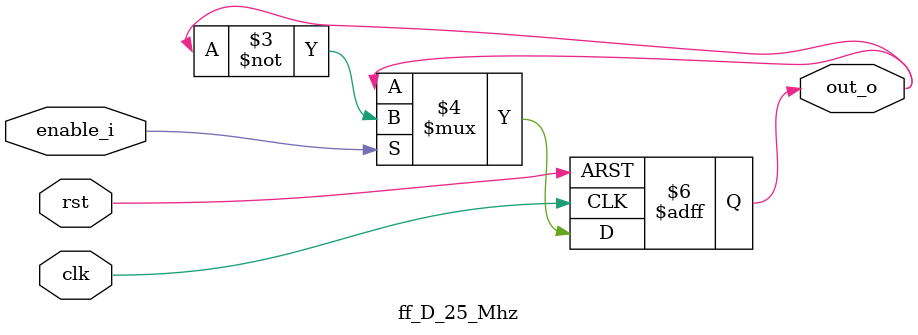
<source format=v>
`timescale 1ns / 1ps
module ff_D_25_Mhz(
    input clk,
    input rst,
    input enable_i,
    output reg out_o
    );
always@(posedge clk, negedge rst)
begin
	if(!rst)
		out_o <= 0;
	else if(enable_i)
		out_o<=~out_o;
end

endmodule

</source>
